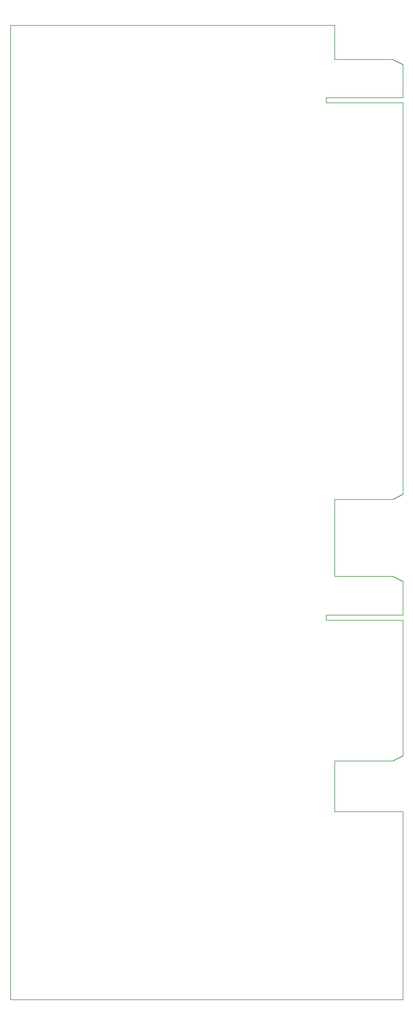
<source format=gko>
G04 #@! TF.FileFunction,Profile,NP*
%FSLAX46Y46*%
G04 Gerber Fmt 4.6, Leading zero omitted, Abs format (unit mm)*
G04 Created by KiCad (PCBNEW (after 2015-mar-04 BZR unknown)-product) date Sun 18 Mar 2018 09:27:42 PM EDT*
%MOMM*%
G01*
G04 APERTURE LIST*
%ADD10C,0.020000*%
%ADD11C,0.100000*%
G04 APERTURE END LIST*
D10*
D11*
X130810000Y-33909000D02*
X130810000Y-28956000D01*
X119380000Y-33909000D02*
X130810000Y-33909000D01*
X119380000Y-34671000D02*
X119380000Y-33909000D01*
X130810000Y-34671000D02*
X119380000Y-34671000D01*
X130810000Y-92837000D02*
X130810000Y-34671000D01*
X120650000Y-139954000D02*
X120650000Y-132461000D01*
X130810000Y-139954000D02*
X120650000Y-139954000D01*
X130810000Y-167894000D02*
X130810000Y-139954000D01*
X72390000Y-167894000D02*
X130810000Y-167894000D01*
X72390000Y-165354000D02*
X72390000Y-167894000D01*
X72390000Y-23114000D02*
X72390000Y-165354000D01*
X120650000Y-23114000D02*
X72390000Y-23114000D01*
X120650000Y-28194000D02*
X120650000Y-23114000D01*
X129286000Y-28194000D02*
X120650000Y-28194000D01*
X130810000Y-28956000D02*
X129286000Y-28194000D01*
X129286000Y-93599000D02*
X130810000Y-92837000D01*
X120650000Y-93599000D02*
X129286000Y-93599000D01*
X120650000Y-105029000D02*
X120650000Y-93599000D01*
X129286000Y-105029000D02*
X120650000Y-105029000D01*
X130810000Y-105791000D02*
X129286000Y-105029000D01*
X130810000Y-110744000D02*
X130810000Y-105791000D01*
X119380000Y-110744000D02*
X130810000Y-110744000D01*
X119380000Y-111506000D02*
X119380000Y-110744000D01*
X130810000Y-111506000D02*
X119380000Y-111506000D01*
X130810000Y-131699000D02*
X130810000Y-111506000D01*
X129286000Y-132461000D02*
X130810000Y-131699000D01*
X120650000Y-132461000D02*
X129286000Y-132461000D01*
M02*

</source>
